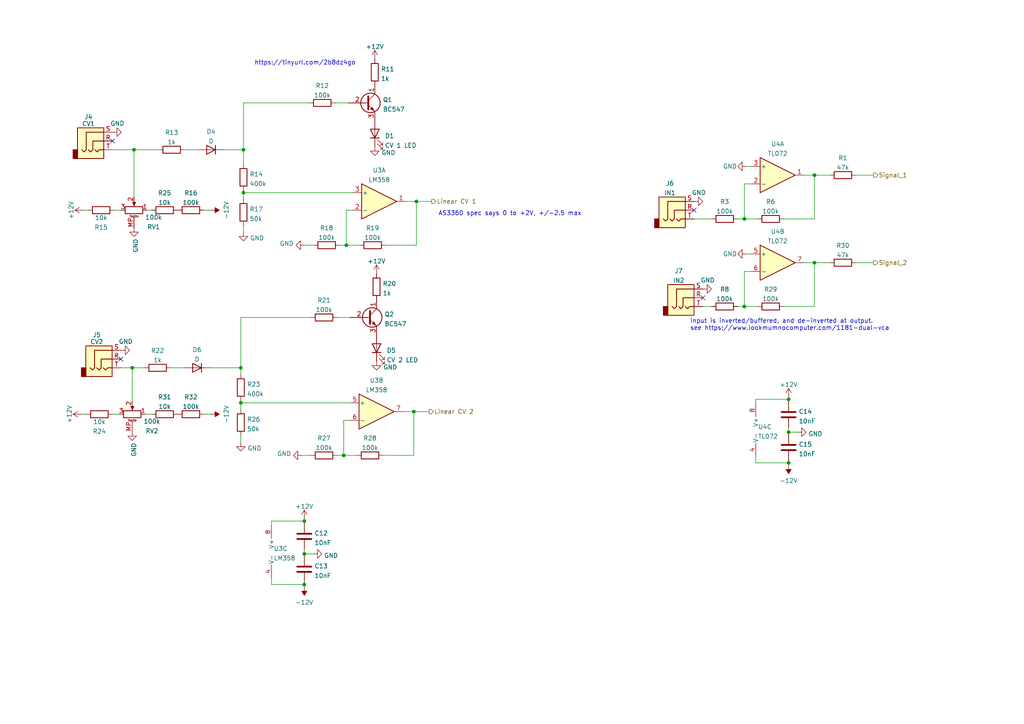
<source format=kicad_sch>
(kicad_sch (version 20211123) (generator eeschema)
  (paper "A4")
  (title_block (title "VCA_AS3360") (date "2022-07-16") (rev "1.0") (company "RobotDialogs"))
  (lib_symbols
    (symbol "Amplifier_Operational:LM358" (pin_names (offset 0.127))
      (property "Reference" "U" (at 0 5.08 0))
      (property "Value" "LM358" (at 0 -5.08 0))
      (symbol "LM358_1_1"
        (polyline (pts (xy -5.08 5.08) (xy 5.08 0) (xy -5.08 -5.08) (xy -5.08 5.08)) (stroke (width 0.254)) (fill (type background)))
        (pin output line (at 7.62 0 180) (length 2.54) (name "~") (number "1"))
        (pin input line (at -7.62 -2.54 0) (length 2.54) (name "-") (number "2"))
        (pin input line (at -7.62 2.54 0) (length 2.54) (name "+") (number "3"))
      )
      (symbol "LM358_2_1"
        (polyline (pts (xy -5.08 5.08) (xy 5.08 0) (xy -5.08 -5.08) (xy -5.08 5.08)) (stroke (width 0.254)) (fill (type background)))
        (pin input line (at -7.62 2.54 0) (length 2.54) (name "+") (number "5"))
        (pin input line (at -7.62 -2.54 0) (length 2.54) (name "-") (number "6"))
        (pin output line (at 7.62 0 180) (length 2.54) (name "~") (number "7"))
      )
      (symbol "LM358_3_1"
        (pin power_in line (at -2.54 -7.62 90) (length 3.81) (name "V-") (number "4"))
        (pin power_in line (at -2.54 7.62 270) (length 3.81) (name "V+") (number "8"))
      )
    )
    (symbol "Amplifier_Operational:TL072" (pin_names (offset 0.127))
      (property "Reference" "U" (at 0 5.08 0))
      (property "Value" "TL072" (at 0 -5.08 0))
      (symbol "TL072_1_1"
        (polyline (pts (xy -5.08 5.08) (xy 5.08 0) (xy -5.08 -5.08) (xy -5.08 5.08)) (stroke (width 0.254)) (fill (type background)))
        (pin output line (at 7.62 0 180) (length 2.54) (name "~") (number "1"))
        (pin input line (at -7.62 -2.54 0) (length 2.54) (name "-") (number "2"))
        (pin input line (at -7.62 2.54 0) (length 2.54) (name "+") (number "3"))
      )
      (symbol "TL072_2_1"
        (polyline (pts (xy -5.08 5.08) (xy 5.08 0) (xy -5.08 -5.08) (xy -5.08 5.08)) (stroke (width 0.254)) (fill (type background)))
        (pin input line (at -7.62 2.54 0) (length 2.54) (name "+") (number "5"))
        (pin input line (at -7.62 -2.54 0) (length 2.54) (name "-") (number "6"))
        (pin output line (at 7.62 0 180) (length 2.54) (name "~") (number "7"))
      )
      (symbol "TL072_3_1"
        (pin power_in line (at -2.54 -7.62 90) (length 3.81) (name "V-") (number "4"))
        (pin power_in line (at -2.54 7.62 270) (length 3.81) (name "V+") (number "8"))
      )
    )
    (symbol "Connector:AudioJack3"
      (property "Reference" "J" (at 0 8.89 0))
      (property "Value" "AudioJack3" (at 0 6.35 0))
      (symbol "AudioJack3_0_1"
        (rectangle (start -5.08 -5.08) (end -6.35 -2.54) (stroke (width 0.254)) (fill (type outline)))
        (polyline (pts (xy 0 -2.54) (xy 0.635 -3.175) (xy 1.27 -2.54) (xy 2.54 -2.54)) (stroke (width 0.254)))
        (polyline (pts (xy -1.905 -2.54) (xy -1.27 -3.175) (xy -0.635 -2.54) (xy -0.635 0) (xy 2.54 0)) (stroke (width 0.254)))
        (polyline (pts (xy 2.54 2.54) (xy -2.54 2.54) (xy -2.54 -2.54) (xy -3.175 -3.175) (xy -3.81 -2.54)) (stroke (width 0.254)))
        (rectangle (start 2.54 3.81) (end -5.08 -5.08) (stroke (width 0.254)) (fill (type background)))
      )
      (symbol "AudioJack3_1_1"
        (pin passive line (at 5.08 0 180) (length 2.54) (name "~") (number "R"))
        (pin passive line (at 5.08 2.54 180) (length 2.54) (name "~") (number "S"))
        (pin passive line (at 5.08 -2.54 180) (length 2.54) (name "~") (number "T"))
      )
    )
    (symbol "Device:C" (pin_numbers hide) (pin_names (offset 0.254))
      (property "Reference" "C" (at 0.635 2.54 0))
      (property "Value" "C" (at 0.635 -2.54 0))
      (symbol "C_0_1"
        (polyline (pts (xy -2.032 -0.762) (xy 2.032 -0.762)) (stroke (width 0.508)))
        (polyline (pts (xy -2.032 0.762) (xy 2.032 0.762)) (stroke (width 0.508)))
      )
      (symbol "C_1_1"
        (pin passive line (at 0 3.81 270) (length 2.794) (name "~") (number "1"))
        (pin passive line (at 0 -3.81 90) (length 2.794) (name "~") (number "2"))
      )
    )
    (symbol "Device:D" (pin_numbers hide) (pin_names (offset 1.016) hide)
      (property "Reference" "D" (at 0 2.54 0))
      (property "Value" "D" (at 0 -2.54 0))
      (symbol "D_0_1"
        (polyline (pts (xy -1.27 1.27) (xy -1.27 -1.27)) (stroke (width 0.254)))
        (polyline (pts (xy 1.27 0) (xy -1.27 0)))
        (polyline (pts (xy 1.27 1.27) (xy 1.27 -1.27) (xy -1.27 0) (xy 1.27 1.27)) (stroke (width 0.254)))
      )
      (symbol "D_1_1"
        (pin passive line (at -3.81 0 0) (length 2.54) (name "K") (number "1"))
        (pin passive line (at 3.81 0 180) (length 2.54) (name "A") (number "2"))
      )
    )
    (symbol "Device:LED" (pin_numbers hide) (pin_names (offset 1.016) hide)
      (property "Reference" "D" (at 0 2.54 0))
      (property "Value" "LED" (at 0 -2.54 0))
      (symbol "LED_0_1"
        (polyline (pts (xy -1.27 -1.27) (xy -1.27 1.27)) (stroke (width 0.254)))
        (polyline (pts (xy -1.27 0) (xy 1.27 0)))
        (polyline (pts (xy 1.27 -1.27) (xy 1.27 1.27) (xy -1.27 0) (xy 1.27 -1.27)) (stroke (width 0.254)))
        (polyline (pts (xy -3.048 -0.762) (xy -4.572 -2.286) (xy -3.81 -2.286) (xy -4.572 -2.286) (xy -4.572 -1.524)))
        (polyline (pts (xy -1.778 -0.762) (xy -3.302 -2.286) (xy -2.54 -2.286) (xy -3.302 -2.286) (xy -3.302 -1.524)))
      )
      (symbol "LED_1_1"
        (pin passive line (at -3.81 0 0) (length 2.54) (name "K") (number "1"))
        (pin passive line (at 3.81 0 180) (length 2.54) (name "A") (number "2"))
      )
    )
    (symbol "Device:R" (pin_numbers hide) (pin_names (offset 0))
      (property "Reference" "R" (at 2.032 0 90))
      (property "Value" "R" (at 0 0 90))
      (symbol "R_0_1"
        (rectangle (start -1.016 -2.54) (end 1.016 2.54) (stroke (width 0.254)))
      )
      (symbol "R_1_1"
        (pin passive line (at 0 3.81 270) (length 1.27) (name "~") (number "1"))
        (pin passive line (at 0 -3.81 90) (length 1.27) (name "~") (number "2"))
      )
    )
    (symbol "Device:R_Potentiometer_MountingPin" (pin_names (offset 1.016) hide)
      (property "Reference" "RV" (at -8.255 0 90))
      (property "Value" "R_Potentiometer_MountingPin" (at -6.35 0 90))
      (symbol "R_Potentiometer_MountingPin_0_1"
        (polyline (pts (xy 2.54 0) (xy 1.524 0)))
        (polyline (pts (xy 1.143 0) (xy 2.286 0.508) (xy 2.286 -0.508)) (fill (type outline)))
        (rectangle (start 1.016 2.54) (end -1.016 -2.54) (stroke (width 0.254)))
      )
      (symbol "R_Potentiometer_MountingPin_1_1"
        (polyline (pts (xy -2.032 1.016) (xy -2.032 -1.016)) (stroke (width 0.1524)))
        (text "Mounting" (at -1.651 0 900) (effects (font (size 0.381 0.381))))
        (pin passive line (at 0 3.81 270) (length 1.27) (name "1") (number "1"))
        (pin passive line (at 3.81 0 180) (length 1.27) (name "2") (number "2"))
        (pin passive line (at 0 -3.81 90) (length 1.27) (name "3") (number "3"))
        (pin passive line (at -5.08 0 0) (length 3.048) (name "MountPin") (number "MP"))
      )
    )
    (symbol "Transistor_BJT:BC547" (pin_names (offset 0) hide)
      (property "Reference" "Q" (at 5.08 1.905 0))
      (property "Value" "BC547" (at 5.08 0 0))
      (symbol "BC547_0_1"
        (polyline (pts (xy 0 0) (xy 0.635 0)))
        (polyline (pts (xy 0.635 0.635) (xy 2.54 2.54)))
        (polyline (pts (xy 0.635 -0.635) (xy 2.54 -2.54) (xy 2.54 -2.54)))
        (polyline (pts (xy 0.635 1.905) (xy 0.635 -1.905) (xy 0.635 -1.905)) (stroke (width 0.508)))
        (polyline (pts (xy 1.27 -1.778) (xy 1.778 -1.27) (xy 2.286 -2.286) (xy 1.27 -1.778) (xy 1.27 -1.778)) (fill (type outline)))
        (circle (center 1.27 0) (radius 2.8194) (stroke (width 0.254)))
      )
      (symbol "BC547_1_1"
        (pin passive line (at 2.54 5.08 270) (length 2.54) (name "C") (number "1"))
        (pin input line (at -5.08 0 0) (length 5.08) (name "B") (number "2"))
        (pin passive line (at 2.54 -5.08 90) (length 2.54) (name "E") (number "3"))
      )
    )
    (symbol "power:+12V" (power) (pin_names (offset 0))
      (property "Value" "+12V" (at 0 3.556 0))
      (symbol "+12V_0_1"
        (polyline (pts (xy -0.762 1.27) (xy 0 2.54)))
        (polyline (pts (xy 0 0) (xy 0 2.54)))
        (polyline (pts (xy 0 2.54) (xy 0.762 1.27)))
      )
      (symbol "+12V_1_1"
        (pin power_in line (at 0 0 90) (length 0) hide (name "+12V") (number "1"))
      )
    )
    (symbol "power:-12V" (power) (pin_names (offset 0))
      (property "Value" "-12V" (at 0 3.81 0))
      (symbol "-12V_0_0"
        (pin power_in line (at 0 0 90) (length 0) hide (name "-12V") (number "1"))
      )
      (symbol "-12V_0_1"
        (polyline (pts (xy 0 0) (xy 0 1.27) (xy 0.762 1.27) (xy 0 2.54) (xy -0.762 1.27) (xy 0 1.27)) (fill (type outline)))
      )
    )
    (symbol "power:GND" (power) (pin_names (offset 0))
      (property "Value" "GND" (at 0 -3.81 0))
      (symbol "GND_0_1"
        (polyline (pts (xy 0 0) (xy 0 -1.27) (xy 1.27 -1.27) (xy 0 -2.54) (xy -1.27 -1.27) (xy 0 -1.27)))
      )
      (symbol "GND_1_1"
        (pin power_in line (at 0 0 270) (length 0) hide (name "GND") (number "1"))
      )
    )
  )
  (junction (at 88.265 169.545))
  (junction (at 99.695 132.08))
  (junction (at 236.22 76.2))
  (junction (at 215.9 88.9))
  (junction (at 69.85 116.84))
  (junction (at 88.265 151.13))
  (junction (at 236.22 50.8))
  (junction (at 38.354 106.68))
  (junction (at 228.727 134.239))
  (junction (at 228.727 115.824))
  (junction (at 69.85 106.68))
  (junction (at 38.862 43.434))
  (junction (at 70.612 55.88))
  (junction (at 120.015 119.38))
  (junction (at 228.727 125.349))
  (junction (at 88.265 160.655))
  (junction (at 120.777 58.42))
  (junction (at 215.9 63.5))
  (junction (at 70.612 43.434))
  (junction (at 100.457 71.12))
  (no_connect (at 32.639 40.894))
  (no_connect (at 201.295 60.96))
  (no_connect (at 35.052 104.14))
  (no_connect (at 203.835 86.36))
  (wire (pts (xy 89.662 29.845) (xy 70.612 29.845)))
  (wire (pts (xy 116.84 119.38) (xy 120.015 119.38)))
  (wire (pts (xy 120.777 58.42) (xy 125.222 58.42)))
  (wire (pts (xy 227.33 63.5) (xy 236.22 63.5)))
  (wire (pts (xy 38.862 43.434) (xy 45.974 43.434)))
  (wire (pts (xy 215.9 88.9) (xy 219.71 88.9)))
  (wire (pts (xy 32.639 43.434) (xy 38.862 43.434)))
  (wire (pts (xy 233.172 50.8) (xy 236.22 50.8)))
  (wire (pts (xy 236.22 50.8) (xy 240.665 50.8)))
  (wire (pts (xy 69.85 116.84) (xy 101.6 116.84)))
  (wire (pts (xy 38.354 116.332) (xy 38.354 106.68)))
  (wire (pts (xy 228.727 125.349) (xy 231.267 125.349)))
  (wire (pts (xy 227.33 88.9) (xy 236.22 88.9)))
  (wire (pts (xy 253.365 50.8) (xy 248.285 50.8)))
  (wire (pts (xy 111.125 132.08) (xy 120.015 132.08)))
  (wire (pts (xy 88.265 151.13) (xy 88.265 151.765)))
  (wire (pts (xy 88.265 160.655) (xy 90.805 160.655)))
  (wire (pts (xy 38.862 57.15) (xy 38.862 43.434)))
  (wire (pts (xy 49.53 106.68) (xy 53.34 106.68)))
  (wire (pts (xy 70.612 55.245) (xy 70.612 55.88)))
  (wire (pts (xy 90.17 92.075) (xy 69.85 92.075)))
  (wire (pts (xy 102.362 60.96) (xy 100.457 60.96)))
  (wire (pts (xy 88.265 159.385) (xy 88.265 160.655)))
  (wire (pts (xy 216.535 48.26) (xy 217.932 48.26)))
  (wire (pts (xy 70.612 43.434) (xy 70.612 47.625)))
  (wire (pts (xy 59.182 120.142) (xy 61.087 120.142)))
  (wire (pts (xy 215.9 53.34) (xy 217.932 53.34)))
  (wire (pts (xy 201.295 63.5) (xy 206.375 63.5)))
  (wire (pts (xy 65.024 43.434) (xy 70.612 43.434)))
  (wire (pts (xy 88.265 169.545) (xy 88.265 168.91)))
  (wire (pts (xy 233.172 76.2) (xy 236.22 76.2)))
  (wire (pts (xy 90.932 71.12) (xy 88.392 71.12)))
  (wire (pts (xy 53.594 43.434) (xy 57.404 43.434)))
  (wire (pts (xy 236.22 76.2) (xy 240.665 76.2)))
  (wire (pts (xy 70.612 67.31) (xy 70.612 65.405)))
  (wire (pts (xy 253.365 76.2) (xy 248.285 76.2)))
  (wire (pts (xy 97.79 92.075) (xy 101.6 92.075)))
  (wire (pts (xy 215.9 78.74) (xy 215.9 88.9)))
  (wire (pts (xy 120.015 119.38) (xy 120.015 132.08)))
  (wire (pts (xy 69.85 116.205) (xy 69.85 116.84)))
  (wire (pts (xy 97.282 29.845) (xy 101.092 29.845)))
  (wire (pts (xy 100.457 60.96) (xy 100.457 71.12)))
  (wire (pts (xy 111.887 71.12) (xy 120.777 71.12)))
  (wire (pts (xy 69.85 106.68) (xy 69.85 108.585)))
  (wire (pts (xy 236.22 76.2) (xy 236.22 88.9)))
  (wire (pts (xy 69.85 128.27) (xy 69.85 126.365)))
  (wire (pts (xy 219.202 132.334) (xy 219.202 134.239)))
  (wire (pts (xy 203.835 88.9) (xy 206.375 88.9)))
  (wire (pts (xy 120.777 58.42) (xy 120.777 71.12)))
  (wire (pts (xy 69.85 92.075) (xy 69.85 106.68)))
  (wire (pts (xy 42.164 120.142) (xy 43.942 120.142)))
  (wire (pts (xy 219.202 134.239) (xy 228.727 134.239)))
  (wire (pts (xy 228.727 115.189) (xy 228.727 115.824)))
  (wire (pts (xy 70.612 55.88) (xy 102.362 55.88)))
  (wire (pts (xy 228.727 134.239) (xy 228.727 133.604)))
  (wire (pts (xy 59.182 60.96) (xy 61.087 60.96)))
  (wire (pts (xy 99.695 121.92) (xy 99.695 132.08)))
  (wire (pts (xy 97.79 132.08) (xy 99.695 132.08)))
  (wire (pts (xy 236.22 50.8) (xy 236.22 63.5)))
  (wire (pts (xy 32.639 120.142) (xy 34.544 120.142)))
  (wire (pts (xy 38.354 106.68) (xy 41.91 106.68)))
  (wire (pts (xy 88.265 160.655) (xy 88.265 161.29)))
  (wire (pts (xy 78.74 151.13) (xy 88.265 151.13)))
  (wire (pts (xy 78.74 169.545) (xy 88.265 169.545)))
  (wire (pts (xy 228.727 134.874) (xy 228.727 134.239)))
  (wire (pts (xy 78.74 152.4) (xy 78.74 151.13)))
  (wire (pts (xy 70.612 55.88) (xy 70.612 57.785)))
  (wire (pts (xy 90.17 132.08) (xy 87.63 132.08)))
  (wire (pts (xy 120.015 119.38) (xy 124.46 119.38)))
  (wire (pts (xy 78.74 167.64) (xy 78.74 169.545)))
  (wire (pts (xy 42.672 60.96) (xy 43.942 60.96)))
  (wire (pts (xy 98.552 71.12) (xy 100.457 71.12)))
  (wire (pts (xy 215.9 63.5) (xy 219.71 63.5)))
  (wire (pts (xy 219.202 115.824) (xy 228.727 115.824)))
  (wire (pts (xy 88.265 150.495) (xy 88.265 151.13)))
  (wire (pts (xy 33.147 60.96) (xy 35.052 60.96)))
  (wire (pts (xy 60.96 106.68) (xy 69.85 106.68)))
  (wire (pts (xy 228.727 124.079) (xy 228.727 125.349)))
  (wire (pts (xy 69.85 116.84) (xy 69.85 118.745)))
  (wire (pts (xy 88.265 170.18) (xy 88.265 169.545)))
  (wire (pts (xy 215.9 78.74) (xy 217.932 78.74)))
  (wire (pts (xy 101.6 121.92) (xy 99.695 121.92)))
  (wire (pts (xy 219.202 117.094) (xy 219.202 115.824)))
  (wire (pts (xy 35.052 106.68) (xy 38.354 106.68)))
  (wire (pts (xy 216.535 73.66) (xy 217.932 73.66)))
  (wire (pts (xy 70.612 29.845) (xy 70.612 43.434)))
  (wire (pts (xy 99.695 132.08) (xy 103.505 132.08)))
  (wire (pts (xy 228.727 125.349) (xy 228.727 125.984)))
  (wire (pts (xy 24.257 60.96) (xy 25.527 60.96)))
  (wire (pts (xy 117.602 58.42) (xy 120.777 58.42)))
  (wire (pts (xy 215.9 53.34) (xy 215.9 63.5)))
  (wire (pts (xy 213.995 88.9) (xy 215.9 88.9)))
  (wire (pts (xy 228.727 115.824) (xy 228.727 116.459)))
  (wire (pts (xy 23.749 120.142) (xy 25.019 120.142)))
  (wire (pts (xy 213.995 63.5) (xy 215.9 63.5)))
  (wire (pts (xy 100.457 71.12) (xy 104.267 71.12)))
  (text "Input is inverted/buffered, and de-inverted at output.\nsee https://www.lookmumnocomputer.com/1181-dual-vca" (at 200.152 96.012 0) (effects (font (size 1.27 1.27)) (justify left bottom)))
  (text "AS3360 spec says 0 to +2V, +/-2.5 max" (at 127.127 62.738 0) (effects (font (size 1.27 1.27)) (justify left bottom)))
  (text "https://tinyurl.com/2b8dz4go" (at 73.787 19.05 0) (effects (font (size 1.27 1.27)) (justify left bottom)))
  (hierarchical_label "Signal_2" (shape output) (at 253.365 76.2 0))
  (hierarchical_label "Linear CV 2" (shape output) (at 124.46 119.38 0))
  (hierarchical_label "Signal_1" (shape output) (at 253.365 50.8 0))
  (hierarchical_label "Linear CV 1" (shape output) (at 125.222 58.42 0))
  (symbol (lib_id "power:GND") (at 88.392 71.12 270) (unit 1)
    (property "Reference" "#PWR0159" (effects hide))
    (property "Value" "GND" (at 85.217 70.641 90) (effects (justify right)))
  )
  (symbol (lib_id "Device:C") (at 228.727 129.794 0) (unit 1)
    (property "Reference" "C15" (at 231.648 128.8855 0) (effects (justify left)))
    (property "Value" "10nF" (at 231.648 131.6606 0) (effects (justify left)))
    (property "Footprint" "Capacitor_SMD:C_1206_3216Metric_Pad1.33x1.80mm_HandSolder" (effects hide))
  )
  (symbol (lib_id "Amplifier_Operational:LM358") (at 81.28 160.02 0) (unit 3)
    (property "Reference" "U3" (at 79.375 159.1115 0) (effects (justify left)))
    (property "Value" "LM358" (at 79.375 161.8866 0) (effects (justify left)))
    (property "Footprint" "Package_DIP:DIP-8_W7.62mm_Socket_LongPads" (effects hide))
    (property "Datasheet" "http://www.ti.com/lit/ds/symlink/lm2904-n.pdf" (effects hide))
  )
  (symbol (lib_id "Device:LED") (at 109.22 100.965 90) (unit 1)
    (property "Reference" "D5" (at 112.141 101.644 90) (effects (justify right)))
    (property "Value" "CV 2 LED" (at 112.141 104.4191 90) (effects (justify right)))
    (property "Footprint" "LED_THT:LED_D3.0mm" (effects hide))
  )
  (symbol (lib_id "Device:R") (at 28.829 120.142 270) (mirror x) (unit 1)
    (property "Reference" "R24" (at 28.829 125.1245 90))
    (property "Value" "10k" (at 28.829 122.3494 90))
    (property "Footprint" "Resistor_SMD:R_1206_3216Metric_Pad1.30x1.75mm_HandSolder" (effects hide))
  )
  (symbol (lib_id "Device:R") (at 94.742 71.12 270) (unit 1)
    (property "Reference" "R18" (at 94.742 66.1375 90))
    (property "Value" "100k" (at 94.742 68.9126 90))
    (property "Footprint" "Resistor_SMD:R_1206_3216Metric_Pad1.30x1.75mm_HandSolder" (effects hide))
  )
  (symbol (lib_id "Connector:AudioJack3") (at 27.559 40.894 0) (unit 1)
    (property "Reference" "J4" (at 25.654 33.909 0))
    (property "Value" "CV1" (at 25.654 35.8926 0))
    (property "Footprint" "My Stuff:Jack_3.5mm_MJ-355W_Vertical" (effects hide))
  )
  (symbol (lib_id "power:GND") (at 69.85 128.27 0) (unit 1)
    (property "Reference" "#PWR0147" (effects hide))
    (property "Value" "GND" (at 71.755 130.019 0) (effects (justify left)))
  )
  (symbol (lib_id "Device:C") (at 88.265 165.1 0) (unit 1)
    (property "Reference" "C13" (at 91.186 164.1915 0) (effects (justify left)))
    (property "Value" "10nF" (at 91.186 166.9666 0) (effects (justify left)))
    (property "Footprint" "Capacitor_SMD:C_1206_3216Metric_Pad1.33x1.80mm_HandSolder" (effects hide))
  )
  (symbol (lib_id "Device:R") (at 55.372 60.96 270) (mirror x) (unit 1)
    (property "Reference" "R16" (at 55.372 55.9775 90))
    (property "Value" "100k" (at 55.372 58.7526 90))
    (property "Footprint" "Resistor_SMD:R_1206_3216Metric_Pad1.30x1.75mm_HandSolder" (effects hide))
  )
  (symbol (lib_id "Device:LED") (at 108.712 38.735 90) (unit 1)
    (property "Reference" "D1" (at 111.633 39.414 90) (effects (justify right)))
    (property "Value" "CV 1 LED" (at 111.633 42.1891 90) (effects (justify right)))
    (property "Footprint" "LED_THT:LED_D3.0mm" (effects hide))
  )
  (symbol (lib_id "Amplifier_Operational:TL072") (at 221.742 124.714 0) (unit 3)
    (property "Reference" "U4" (at 219.837 123.8055 0) (effects (justify left)))
    (property "Value" "TL072" (at 219.837 126.5806 0) (effects (justify left)))
    (property "Footprint" "Package_DIP:DIP-8_W7.62mm_Socket_LongPads" (effects hide))
    (property "Datasheet" "http://www.ti.com/lit/ds/symlink/tl071.pdf" (effects hide))
  )
  (symbol (lib_id "power:-12V") (at 61.087 120.142 270) (mirror x) (unit 1)
    (property "Reference" "#PWR0101" (effects hide))
    (property "Value" "-12V" (at 65.6495 120.142 0))
  )
  (symbol (lib_id "power:GND") (at 109.22 104.775 0) (unit 1)
    (property "Reference" "#PWR0151" (effects hide))
    (property "Value" "GND" (at 111.125 106.524 0) (effects (justify left)))
  )
  (symbol (lib_id "Amplifier_Operational:LM358") (at 109.22 119.38 0) (unit 2)
    (property "Reference" "U3" (at 109.22 110.3335 0))
    (property "Value" "LM358" (at 109.22 113.1086 0))
    (property "Footprint" "Package_DIP:DIP-8_W7.62mm_Socket_LongPads" (effects hide))
    (property "Datasheet" "http://www.ti.com/lit/ds/symlink/lm2904-n.pdf" (effects hide))
  )
  (symbol (lib_id "power:GND") (at 203.835 83.82 90) (unit 1)
    (property "Reference" "#PWR0149" (effects hide))
    (property "Value" "GND" (at 203.2 81.28 90) (effects (justify right)))
  )
  (symbol (lib_id "Device:R_Potentiometer_MountingPin") (at 38.354 120.142 270) (mirror x) (unit 1)
    (property "Reference" "RV2" (at 44.0637 124.9977 90))
    (property "Value" "100k" (at 44.0637 122.2226 90))
    (property "Footprint" "My Stuff:Potentiometer_Alpha_RD901F-40-00D_Single_Vertical_w_3d" (effects hide))
  )
  (symbol (lib_id "power:GND") (at 216.535 48.26 270) (unit 1)
    (property "Reference" "#PWR01" (effects hide))
    (property "Value" "GND" (at 209.677 48.26 90) (effects (justify left)))
  )
  (symbol (lib_id "Amplifier_Operational:LM358") (at 109.982 58.42 0) (unit 1)
    (property "Reference" "U3" (at 109.982 49.3735 0))
    (property "Value" "LM358" (at 109.982 52.1486 0))
    (property "Footprint" "Package_DIP:DIP-8_W7.62mm_Socket_LongPads" (effects hide))
    (property "Datasheet" "http://www.ti.com/lit/ds/symlink/lm2904-n.pdf" (effects hide))
  )
  (symbol (lib_id "Transistor_BJT:BC547") (at 106.68 92.075 0) (unit 1)
    (property "Reference" "Q2" (at 111.5314 91.1665 0) (effects (justify left)))
    (property "Value" "BC547" (at 111.5314 93.9416 0) (effects (justify left)))
    (property "Footprint" "Package_TO_SOT_THT:TO-92_Inline_Wide" (effects hide))
    (property "Datasheet" "https://www.onsemi.com/pub/Collateral/BC550-D.pdf" (effects hide))
  )
  (symbol (lib_id "Device:R") (at 70.612 51.435 180) (unit 1)
    (property "Reference" "R14" (at 72.39 50.5265 0) (effects (justify right)))
    (property "Value" "400k" (at 72.39 53.3016 0) (effects (justify right)))
    (property "Footprint" "Resistor_SMD:R_1206_3216Metric_Pad1.30x1.75mm_HandSolder" (effects hide))
  )
  (symbol (lib_id "Amplifier_Operational:TL072") (at 225.552 50.8 0) (unit 1)
    (property "Reference" "U4" (at 225.552 41.7535 0))
    (property "Value" "TL072" (at 225.552 44.5286 0))
    (property "Footprint" "Package_DIP:DIP-8_W7.62mm_Socket_LongPads" (effects hide))
    (property "Datasheet" "http://www.ti.com/lit/ds/symlink/tl071.pdf" (effects hide))
  )
  (symbol (lib_id "power:GND") (at 70.612 67.31 0) (unit 1)
    (property "Reference" "#PWR0158" (effects hide))
    (property "Value" "GND" (at 72.517 69.059 0) (effects (justify left)))
  )
  (symbol (lib_id "Device:R") (at 55.372 120.142 270) (mirror x) (unit 1)
    (property "Reference" "R32" (at 55.372 115.1595 90))
    (property "Value" "100k" (at 55.372 117.9346 90))
    (property "Footprint" "Resistor_SMD:R_1206_3216Metric_Pad1.30x1.75mm_HandSolder" (effects hide))
  )
  (symbol (lib_id "power:+12V") (at 228.727 115.189 0) (unit 1)
    (property "Reference" "#PWR03" (effects hide))
    (property "Value" "+12V" (at 228.727 111.5845 0))
  )
  (symbol (lib_id "power:+12V") (at 109.22 79.375 0) (unit 1)
    (property "Reference" "#PWR0160" (effects hide))
    (property "Value" "+12V" (at 109.22 75.7705 0))
  )
  (symbol (lib_id "power:GND") (at 32.639 38.354 90) (unit 1)
    (property "Reference" "#PWR0164" (effects hide))
    (property "Value" "GND" (at 32.004 35.814 90) (effects (justify right)))
  )
  (symbol (lib_id "Device:R") (at 49.784 43.434 270) (unit 1)
    (property "Reference" "R13" (at 49.784 38.4515 90))
    (property "Value" "1k" (at 49.784 41.2266 90))
    (property "Footprint" "Resistor_SMD:R_1206_3216Metric_Pad1.30x1.75mm_HandSolder" (effects hide))
  )
  (symbol (lib_id "Device:D") (at 57.15 106.68 180) (unit 1)
    (property "Reference" "D6" (at 57.15 101.4435 0))
    (property "Value" "D" (at 57.15 104.2186 0))
    (property "Footprint" "Diode_THT:D_A-405_P2.54mm_Vertical_KathodeUp" (effects hide))
  )
  (symbol (lib_id "Device:R") (at 93.98 132.08 270) (unit 1)
    (property "Reference" "R27" (at 93.98 127.0975 90))
    (property "Value" "100k" (at 93.98 129.8726 90))
    (property "Footprint" "Resistor_SMD:R_1206_3216Metric_Pad1.30x1.75mm_HandSolder" (effects hide))
  )
  (symbol (lib_id "Device:R") (at 244.475 76.2 90) (unit 1)
    (property "Reference" "R30" (at 244.475 71.2175 90))
    (property "Value" "47k" (at 244.475 73.9926 90))
    (property "Footprint" "Resistor_SMD:R_1206_3216Metric_Pad1.30x1.75mm_HandSolder" (effects hide))
  )
  (symbol (lib_id "power:GND") (at 216.535 73.66 270) (unit 1)
    (property "Reference" "#PWR02" (effects hide))
    (property "Value" "GND" (at 209.677 73.66 90) (effects (justify left)))
  )
  (symbol (lib_id "power:GND") (at 38.862 66.04 0) (mirror y) (unit 1)
    (property "Reference" "#PWR0161" (effects hide))
    (property "Value" "GND" (at 39.341 69.215 90) (effects (justify right)))
  )
  (symbol (lib_id "power:+12V") (at 24.257 60.96 90) (mirror x) (unit 1)
    (property "Reference" "#PWR0162" (effects hide))
    (property "Value" "+12V" (at 20.6525 60.96 0))
  )
  (symbol (lib_id "power:GND") (at 90.805 160.655 90) (unit 1)
    (property "Reference" "#PWR0144" (effects hide))
    (property "Value" "GND" (at 93.98 161.134 90) (effects (justify right)))
  )
  (symbol (lib_id "Device:R") (at 210.185 63.5 270) (unit 1)
    (property "Reference" "R3" (at 210.185 58.5175 90))
    (property "Value" "100k" (at 210.185 61.2926 90))
    (property "Footprint" "Resistor_SMD:R_1206_3216Metric_Pad1.30x1.75mm_HandSolder" (effects hide))
  )
  (symbol (lib_id "power:GND") (at 35.052 101.6 90) (unit 1)
    (property "Reference" "#PWR0155" (effects hide))
    (property "Value" "GND" (at 34.417 99.06 90) (effects (justify right)))
  )
  (symbol (lib_id "Device:R") (at 109.22 83.185 0) (unit 1)
    (property "Reference" "R20" (at 110.998 82.2765 0) (effects (justify left)))
    (property "Value" "1k" (at 110.998 85.0516 0) (effects (justify left)))
    (property "Footprint" "Resistor_SMD:R_1206_3216Metric_Pad1.30x1.75mm_HandSolder" (effects hide))
  )
  (symbol (lib_id "Device:R") (at 107.315 132.08 270) (unit 1)
    (property "Reference" "R28" (at 107.315 127.0975 90))
    (property "Value" "100k" (at 107.315 129.8726 90))
    (property "Footprint" "Resistor_SMD:R_1206_3216Metric_Pad1.30x1.75mm_HandSolder" (effects hide))
  )
  (symbol (lib_id "Device:D") (at 61.214 43.434 180) (unit 1)
    (property "Reference" "D4" (at 61.214 38.1975 0))
    (property "Value" "D" (at 61.214 40.9726 0))
    (property "Footprint" "Diode_THT:D_A-405_P2.54mm_Vertical_KathodeUp" (effects hide))
  )
  (symbol (lib_id "Device:C") (at 228.727 120.269 0) (unit 1)
    (property "Reference" "C14" (at 231.648 119.3605 0) (effects (justify left)))
    (property "Value" "10nF" (at 231.648 122.1356 0) (effects (justify left)))
    (property "Footprint" "Capacitor_SMD:C_1206_3216Metric_Pad1.33x1.80mm_HandSolder" (effects hide))
  )
  (symbol (lib_id "Device:R") (at 93.98 92.075 270) (unit 1)
    (property "Reference" "R21" (at 93.98 87.0925 90))
    (property "Value" "100k" (at 93.98 89.8676 90))
    (property "Footprint" "Resistor_SMD:R_1206_3216Metric_Pad1.30x1.75mm_HandSolder" (effects hide))
  )
  (symbol (lib_id "Device:R") (at 108.712 20.955 0) (unit 1)
    (property "Reference" "R11" (at 110.49 20.0465 0) (effects (justify left)))
    (property "Value" "1k" (at 110.49 22.8216 0) (effects (justify left)))
    (property "Footprint" "Resistor_SMD:R_1206_3216Metric_Pad1.30x1.75mm_HandSolder" (effects hide))
  )
  (symbol (lib_id "Connector:AudioJack3") (at 198.755 86.36 0) (unit 1)
    (property "Reference" "J7" (at 196.85 78.5835 0))
    (property "Value" "IN2" (at 196.85 81.3586 0))
    (property "Footprint" "My Stuff:Jack_3.5mm_MJ-355W_Vertical" (effects hide))
  )
  (symbol (lib_id "Device:R") (at 223.52 63.5 270) (unit 1)
    (property "Reference" "R6" (at 223.52 58.5175 90))
    (property "Value" "100k" (at 223.52 61.2926 90))
    (property "Footprint" "Resistor_SMD:R_1206_3216Metric_Pad1.30x1.75mm_HandSolder" (effects hide))
  )
  (symbol (lib_id "Device:R") (at 70.612 61.595 180) (unit 1)
    (property "Reference" "R17" (at 72.39 60.6865 0) (effects (justify right)))
    (property "Value" "50k" (at 72.39 63.4616 0) (effects (justify right)))
    (property "Footprint" "Resistor_SMD:R_1206_3216Metric_Pad1.30x1.75mm_HandSolder" (effects hide))
  )
  (symbol (lib_id "Device:R") (at 29.337 60.96 270) (mirror x) (unit 1)
    (property "Reference" "R15" (at 29.337 65.9425 90))
    (property "Value" "10k" (at 29.337 63.1674 90))
    (property "Footprint" "Resistor_SMD:R_1206_3216Metric_Pad1.30x1.75mm_HandSolder" (effects hide))
  )
  (symbol (lib_id "Amplifier_Operational:TL072") (at 225.552 76.2 0) (unit 2)
    (property "Reference" "U4" (at 225.552 67.1535 0))
    (property "Value" "TL072" (at 225.552 69.9286 0))
    (property "Footprint" "Package_DIP:DIP-8_W7.62mm_Socket_LongPads" (effects hide))
    (property "Datasheet" "http://www.ti.com/lit/ds/symlink/tl071.pdf" (effects hide))
  )
  (symbol (lib_id "power:GND") (at 87.63 132.08 270) (unit 1)
    (property "Reference" "#PWR0148" (effects hide))
    (property "Value" "GND" (at 84.455 131.601 90) (effects (justify right)))
  )
  (symbol (lib_id "Device:R") (at 210.185 88.9 270) (unit 1)
    (property "Reference" "R8" (at 210.185 83.9175 90))
    (property "Value" "100k" (at 210.185 86.6926 90))
    (property "Footprint" "Resistor_SMD:R_1206_3216Metric_Pad1.30x1.75mm_HandSolder" (effects hide))
  )
  (symbol (lib_id "Device:R") (at 69.85 122.555 180) (unit 1)
    (property "Reference" "R26" (at 71.628 121.6465 0) (effects (justify right)))
    (property "Value" "50k" (at 71.628 124.4216 0) (effects (justify right)))
    (property "Footprint" "Resistor_SMD:R_1206_3216Metric_Pad1.30x1.75mm_HandSolder" (effects hide))
  )
  (symbol (lib_id "power:-12V") (at 88.265 170.18 180) (unit 1)
    (property "Reference" "#PWR0145" (effects hide))
    (property "Value" "-12V" (at 88.265 174.7425 0))
  )
  (symbol (lib_id "Device:R") (at 47.752 120.142 270) (mirror x) (unit 1)
    (property "Reference" "R31" (at 47.752 115.1595 90))
    (property "Value" "10k" (at 47.752 117.9346 90))
    (property "Footprint" "Resistor_SMD:R_1206_3216Metric_Pad1.30x1.75mm_HandSolder" (effects hide))
  )
  (symbol (lib_id "power:GND") (at 38.354 125.222 0) (mirror y) (unit 1)
    (property "Reference" "#PWR0152" (effects hide))
    (property "Value" "GND" (at 38.833 128.397 90) (effects (justify right)))
  )
  (symbol (lib_id "power:+12V") (at 88.265 150.495 0) (unit 1)
    (property "Reference" "#PWR0146" (effects hide))
    (property "Value" "+12V" (at 88.265 146.8905 0))
  )
  (symbol (lib_id "power:-12V") (at 61.087 60.96 270) (mirror x) (unit 1)
    (property "Reference" "#PWR0163" (effects hide))
    (property "Value" "-12V" (at 65.6495 60.96 0))
  )
  (symbol (lib_id "Device:R") (at 93.472 29.845 270) (unit 1)
    (property "Reference" "R12" (at 93.472 24.8625 90))
    (property "Value" "100k" (at 93.472 27.6376 90))
    (property "Footprint" "Resistor_SMD:R_1206_3216Metric_Pad1.30x1.75mm_HandSolder" (effects hide))
  )
  (symbol (lib_id "Connector:AudioJack3") (at 196.215 60.96 0) (unit 1)
    (property "Reference" "J6" (at 194.31 53.1835 0))
    (property "Value" "IN1" (at 194.31 55.9586 0))
    (property "Footprint" "My Stuff:Jack_3.5mm_MJ-355W_Vertical" (effects hide))
  )
  (symbol (lib_id "Device:R") (at 45.72 106.68 270) (unit 1)
    (property "Reference" "R22" (at 45.72 101.6975 90))
    (property "Value" "1k" (at 45.72 104.4726 90))
    (property "Footprint" "Resistor_SMD:R_1206_3216Metric_Pad1.30x1.75mm_HandSolder" (effects hide))
  )
  (symbol (lib_id "Device:R") (at 108.077 71.12 270) (unit 1)
    (property "Reference" "R19" (at 108.077 66.1375 90))
    (property "Value" "100k" (at 108.077 68.9126 90))
    (property "Footprint" "Resistor_SMD:R_1206_3216Metric_Pad1.30x1.75mm_HandSolder" (effects hide))
  )
  (symbol (lib_id "power:GND") (at 108.712 42.545 0) (unit 1)
    (property "Reference" "#PWR0156" (effects hide))
    (property "Value" "GND" (at 110.617 44.294 0) (effects (justify left)))
  )
  (symbol (lib_id "power:+12V") (at 23.749 120.142 90) (mirror x) (unit 1)
    (property "Reference" "#PWR0154" (effects hide))
    (property "Value" "+12V" (at 20.1445 120.142 0))
  )
  (symbol (lib_id "power:GND") (at 231.267 125.349 90) (unit 1)
    (property "Reference" "#PWR04" (effects hide))
    (property "Value" "GND" (at 234.442 125.828 90) (effects (justify right)))
  )
  (symbol (lib_id "power:GND") (at 201.295 58.42 90) (unit 1)
    (property "Reference" "#PWR0150" (effects hide))
    (property "Value" "GND" (at 200.66 55.88 90) (effects (justify right)))
  )
  (symbol (lib_id "power:+12V") (at 108.712 17.145 0) (unit 1)
    (property "Reference" "#PWR0157" (effects hide))
    (property "Value" "+12V" (at 108.712 13.5405 0))
  )
  (symbol (lib_id "Device:R") (at 47.752 60.96 270) (mirror x) (unit 1)
    (property "Reference" "R25" (at 47.752 55.9775 90))
    (property "Value" "10k" (at 47.752 58.7526 90))
    (property "Footprint" "Resistor_SMD:R_1206_3216Metric_Pad1.30x1.75mm_HandSolder" (effects hide))
  )
  (symbol (lib_id "Device:C") (at 88.265 155.575 0) (unit 1)
    (property "Reference" "C12" (at 91.186 154.6665 0) (effects (justify left)))
    (property "Value" "10nF" (at 91.186 157.4416 0) (effects (justify left)))
    (property "Footprint" "Capacitor_SMD:C_1206_3216Metric_Pad1.33x1.80mm_HandSolder" (effects hide))
  )
  (symbol (lib_id "power:-12V") (at 228.727 134.874 180) (unit 1)
    (property "Reference" "#PWR05" (effects hide))
    (property "Value" "-12V" (at 228.727 139.4365 0))
  )
  (symbol (lib_id "Device:R") (at 223.52 88.9 270) (unit 1)
    (property "Reference" "R29" (at 223.52 83.9175 90))
    (property "Value" "100k" (at 223.52 86.6926 90))
    (property "Footprint" "Resistor_SMD:R_1206_3216Metric_Pad1.30x1.75mm_HandSolder" (effects hide))
  )
  (symbol (lib_id "Device:R") (at 69.85 112.395 180) (unit 1)
    (property "Reference" "R23" (at 71.628 111.4865 0) (effects (justify right)))
    (property "Value" "400k" (at 71.628 114.2616 0) (effects (justify right)))
    (property "Footprint" "Resistor_SMD:R_1206_3216Metric_Pad1.30x1.75mm_HandSolder" (effects hide))
  )
  (symbol (lib_id "Transistor_BJT:BC547") (at 106.172 29.845 0) (unit 1)
    (property "Reference" "Q1" (at 111.0234 28.9365 0) (effects (justify left)))
    (property "Value" "BC547" (at 111.0234 31.7116 0) (effects (justify left)))
    (property "Footprint" "Package_TO_SOT_THT:TO-92_Inline_Wide" (effects hide))
    (property "Datasheet" "https://www.onsemi.com/pub/Collateral/BC550-D.pdf" (effects hide))
  )
  (symbol (lib_id "Device:R") (at 244.475 50.8 90) (unit 1)
    (property "Reference" "R1" (at 244.475 45.8175 90))
    (property "Value" "47k" (at 244.475 48.5926 90))
    (property "Footprint" "Resistor_SMD:R_1206_3216Metric_Pad1.30x1.75mm_HandSolder" (effects hide))
  )
  (symbol (lib_id "Device:R_Potentiometer_MountingPin") (at 38.862 60.96 270) (mirror x) (unit 1)
    (property "Reference" "RV1" (at 44.5717 65.8157 90))
    (property "Value" "100k" (at 44.5717 63.0406 90))
    (property "Footprint" "My Stuff:Potentiometer_Alpha_RD901F-40-00D_Single_Vertical_w_3d" (effects hide))
  )
  (symbol (lib_id "Connector:AudioJack3") (at 29.972 104.14 0) (unit 1)
    (property "Reference" "J5" (at 28.067 97.155 0))
    (property "Value" "CV2" (at 28.067 99.1386 0))
    (property "Footprint" "My Stuff:Jack_3.5mm_MJ-355W_Vertical" (effects hide))
  )
)
</source>
